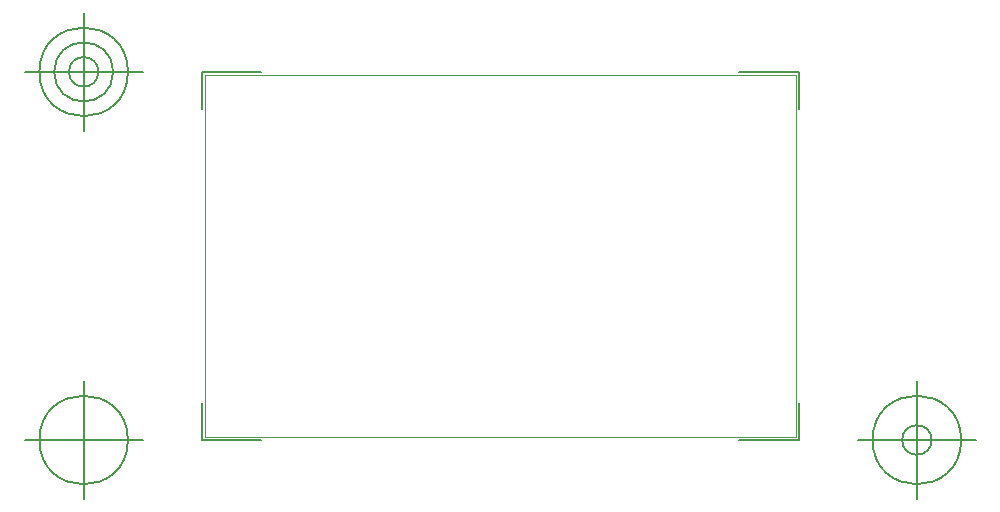
<source format=gbr>
G04 Generated by Ultiboard 14.0 *
%FSLAX24Y24*%
%MOIN*%

%ADD10C,0.0001*%
%ADD11C,0.0001*%
%ADD12C,0.0050*%


G04 ColorRGB 00FFFF for the following layer *
%LNBoard Outline*%
%LPD*%
G54D10*
G54D11*
X-400Y-370D02*
X19300Y-370D01*
X19300Y11700D01*
X-400Y11700D01*
X-400Y-370D01*
G54D12*
X-500Y-470D02*
X-500Y757D01*
X-500Y-470D02*
X1490Y-470D01*
X19400Y-470D02*
X17410Y-470D01*
X19400Y-470D02*
X19400Y757D01*
X19400Y11800D02*
X19400Y10573D01*
X19400Y11800D02*
X17410Y11800D01*
X-500Y11800D02*
X1490Y11800D01*
X-500Y11800D02*
X-500Y10573D01*
X-2469Y-470D02*
X-6406Y-470D01*
X-4437Y-2439D02*
X-4437Y1498D01*
X-5913Y-470D02*
G75*
D01*
G02X-5913Y-470I1476J0*
G01*
X21369Y-470D02*
X25306Y-470D01*
X23337Y-2439D02*
X23337Y1498D01*
X21861Y-470D02*
G75*
D01*
G02X21861Y-470I1476J0*
G01*
X22845Y-470D02*
G75*
D01*
G02X22845Y-470I492J0*
G01*
X-2469Y11800D02*
X-6406Y11800D01*
X-4437Y9831D02*
X-4437Y13769D01*
X-5913Y11800D02*
G75*
D01*
G02X-5913Y11800I1476J0*
G01*
X-5421Y11800D02*
G75*
D01*
G02X-5421Y11800I984J0*
G01*
X-4929Y11800D02*
G75*
D01*
G02X-4929Y11800I492J0*
G01*

M02*

</source>
